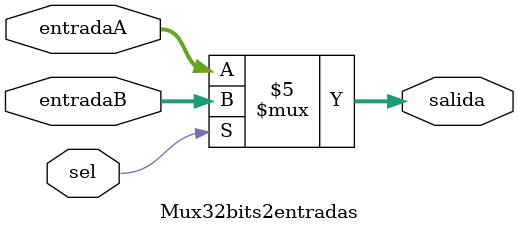
<source format=v>
`timescale 1ns / 1ps
module Mux32bits2entradas(
    input sel,
    input [31:0] entradaA,
    input [31:0] entradaB,
    output reg [31:0] salida
    );

	initial begin salida = 32'b0; end
	
	always @ (*) begin
		if (~sel)
			salida = entradaA;
		else
			salida = entradaB;
	end





endmodule

</source>
